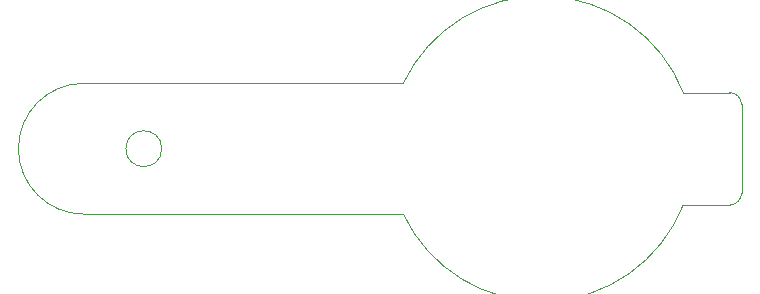
<source format=gm1>
%TF.GenerationSoftware,KiCad,Pcbnew,9.0.5*%
%TF.CreationDate,2025-11-10T11:20:35-08:00*%
%TF.ProjectId,project1_LED_Torch,70726f6a-6563-4743-915f-4c45445f546f,-*%
%TF.SameCoordinates,Original*%
%TF.FileFunction,Profile,NP*%
%FSLAX46Y46*%
G04 Gerber Fmt 4.6, Leading zero omitted, Abs format (unit mm)*
G04 Created by KiCad (PCBNEW 9.0.5) date 2025-11-10 11:20:35*
%MOMM*%
%LPD*%
G01*
G04 APERTURE LIST*
%TA.AperFunction,Profile*%
%ADD10C,0.050000*%
%TD*%
G04 APERTURE END LIST*
D10*
X118110000Y-147066000D02*
X145161000Y-147066000D01*
X124708824Y-141528800D02*
G75*
G02*
X121671176Y-141528800I-1518824J0D01*
G01*
X121671176Y-141528800D02*
G75*
G02*
X124708824Y-141528800I1518824J0D01*
G01*
X168867276Y-146287090D02*
G75*
G02*
X145161000Y-147066000I-12022276J4758290D01*
G01*
X172800000Y-136779000D02*
G75*
G02*
X173799100Y-137778090I0J-999100D01*
G01*
X118110000Y-147066000D02*
G75*
G02*
X118110000Y-135991600I0J5537200D01*
G01*
X173799090Y-145288000D02*
X173799090Y-137782570D01*
X145161000Y-135991600D02*
G75*
G02*
X168870180Y-136777853I11684000J-5537200D01*
G01*
X173799090Y-145288000D02*
G75*
G02*
X172800000Y-146287090I-999090J0D01*
G01*
X168867276Y-136779000D02*
X172800000Y-136779000D01*
X118110000Y-135991600D02*
X145161000Y-135991600D01*
X168867276Y-146287090D02*
X172800000Y-146287090D01*
M02*

</source>
